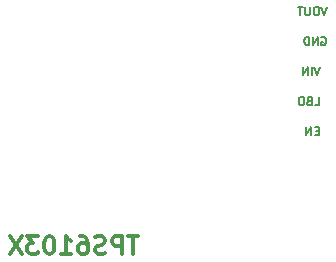
<source format=gbr>
%TF.GenerationSoftware,KiCad,Pcbnew,7.0.11+dfsg-1build4*%
%TF.CreationDate,2026-01-16T21:01:49-05:00*%
%TF.ProjectId,tps6103x,74707336-3130-4337-982e-6b696361645f,rev?*%
%TF.SameCoordinates,Original*%
%TF.FileFunction,Legend,Bot*%
%TF.FilePolarity,Positive*%
%FSLAX46Y46*%
G04 Gerber Fmt 4.6, Leading zero omitted, Abs format (unit mm)*
G04 Created by KiCad (PCBNEW 7.0.11+dfsg-1build4) date 2026-01-16 21:01:49*
%MOMM*%
%LPD*%
G01*
G04 APERTURE LIST*
%ADD10C,0.175000*%
%ADD11C,0.300000*%
G04 APERTURE END LIST*
D10*
X127418202Y-110965233D02*
X127184869Y-111665233D01*
X127184869Y-111665233D02*
X126951535Y-110965233D01*
X126584869Y-110965233D02*
X126451535Y-110965233D01*
X126451535Y-110965233D02*
X126384869Y-110998566D01*
X126384869Y-110998566D02*
X126318202Y-111065233D01*
X126318202Y-111065233D02*
X126284869Y-111198566D01*
X126284869Y-111198566D02*
X126284869Y-111431900D01*
X126284869Y-111431900D02*
X126318202Y-111565233D01*
X126318202Y-111565233D02*
X126384869Y-111631900D01*
X126384869Y-111631900D02*
X126451535Y-111665233D01*
X126451535Y-111665233D02*
X126584869Y-111665233D01*
X126584869Y-111665233D02*
X126651535Y-111631900D01*
X126651535Y-111631900D02*
X126718202Y-111565233D01*
X126718202Y-111565233D02*
X126751535Y-111431900D01*
X126751535Y-111431900D02*
X126751535Y-111198566D01*
X126751535Y-111198566D02*
X126718202Y-111065233D01*
X126718202Y-111065233D02*
X126651535Y-110998566D01*
X126651535Y-110998566D02*
X126584869Y-110965233D01*
X125984869Y-110965233D02*
X125984869Y-111531900D01*
X125984869Y-111531900D02*
X125951536Y-111598566D01*
X125951536Y-111598566D02*
X125918202Y-111631900D01*
X125918202Y-111631900D02*
X125851536Y-111665233D01*
X125851536Y-111665233D02*
X125718202Y-111665233D01*
X125718202Y-111665233D02*
X125651536Y-111631900D01*
X125651536Y-111631900D02*
X125618202Y-111598566D01*
X125618202Y-111598566D02*
X125584869Y-111531900D01*
X125584869Y-111531900D02*
X125584869Y-110965233D01*
X125351536Y-110965233D02*
X124951536Y-110965233D01*
X125151536Y-111665233D02*
X125151536Y-110965233D01*
X126718202Y-121458566D02*
X126484869Y-121458566D01*
X126384869Y-121825233D02*
X126718202Y-121825233D01*
X126718202Y-121825233D02*
X126718202Y-121125233D01*
X126718202Y-121125233D02*
X126384869Y-121125233D01*
X126084869Y-121825233D02*
X126084869Y-121125233D01*
X126084869Y-121125233D02*
X125684869Y-121825233D01*
X125684869Y-121825233D02*
X125684869Y-121125233D01*
X126818202Y-116045233D02*
X126584869Y-116745233D01*
X126584869Y-116745233D02*
X126351535Y-116045233D01*
X126118202Y-116745233D02*
X126118202Y-116045233D01*
X125784869Y-116745233D02*
X125784869Y-116045233D01*
X125784869Y-116045233D02*
X125384869Y-116745233D01*
X125384869Y-116745233D02*
X125384869Y-116045233D01*
D11*
X111419774Y-130380828D02*
X110562632Y-130380828D01*
X110991203Y-131880828D02*
X110991203Y-130380828D01*
X110062632Y-131880828D02*
X110062632Y-130380828D01*
X110062632Y-130380828D02*
X109491203Y-130380828D01*
X109491203Y-130380828D02*
X109348346Y-130452257D01*
X109348346Y-130452257D02*
X109276917Y-130523685D01*
X109276917Y-130523685D02*
X109205489Y-130666542D01*
X109205489Y-130666542D02*
X109205489Y-130880828D01*
X109205489Y-130880828D02*
X109276917Y-131023685D01*
X109276917Y-131023685D02*
X109348346Y-131095114D01*
X109348346Y-131095114D02*
X109491203Y-131166542D01*
X109491203Y-131166542D02*
X110062632Y-131166542D01*
X108634060Y-131809400D02*
X108419775Y-131880828D01*
X108419775Y-131880828D02*
X108062632Y-131880828D01*
X108062632Y-131880828D02*
X107919775Y-131809400D01*
X107919775Y-131809400D02*
X107848346Y-131737971D01*
X107848346Y-131737971D02*
X107776917Y-131595114D01*
X107776917Y-131595114D02*
X107776917Y-131452257D01*
X107776917Y-131452257D02*
X107848346Y-131309400D01*
X107848346Y-131309400D02*
X107919775Y-131237971D01*
X107919775Y-131237971D02*
X108062632Y-131166542D01*
X108062632Y-131166542D02*
X108348346Y-131095114D01*
X108348346Y-131095114D02*
X108491203Y-131023685D01*
X108491203Y-131023685D02*
X108562632Y-130952257D01*
X108562632Y-130952257D02*
X108634060Y-130809400D01*
X108634060Y-130809400D02*
X108634060Y-130666542D01*
X108634060Y-130666542D02*
X108562632Y-130523685D01*
X108562632Y-130523685D02*
X108491203Y-130452257D01*
X108491203Y-130452257D02*
X108348346Y-130380828D01*
X108348346Y-130380828D02*
X107991203Y-130380828D01*
X107991203Y-130380828D02*
X107776917Y-130452257D01*
X106491204Y-130380828D02*
X106776918Y-130380828D01*
X106776918Y-130380828D02*
X106919775Y-130452257D01*
X106919775Y-130452257D02*
X106991204Y-130523685D01*
X106991204Y-130523685D02*
X107134061Y-130737971D01*
X107134061Y-130737971D02*
X107205489Y-131023685D01*
X107205489Y-131023685D02*
X107205489Y-131595114D01*
X107205489Y-131595114D02*
X107134061Y-131737971D01*
X107134061Y-131737971D02*
X107062632Y-131809400D01*
X107062632Y-131809400D02*
X106919775Y-131880828D01*
X106919775Y-131880828D02*
X106634061Y-131880828D01*
X106634061Y-131880828D02*
X106491204Y-131809400D01*
X106491204Y-131809400D02*
X106419775Y-131737971D01*
X106419775Y-131737971D02*
X106348346Y-131595114D01*
X106348346Y-131595114D02*
X106348346Y-131237971D01*
X106348346Y-131237971D02*
X106419775Y-131095114D01*
X106419775Y-131095114D02*
X106491204Y-131023685D01*
X106491204Y-131023685D02*
X106634061Y-130952257D01*
X106634061Y-130952257D02*
X106919775Y-130952257D01*
X106919775Y-130952257D02*
X107062632Y-131023685D01*
X107062632Y-131023685D02*
X107134061Y-131095114D01*
X107134061Y-131095114D02*
X107205489Y-131237971D01*
X104919775Y-131880828D02*
X105776918Y-131880828D01*
X105348347Y-131880828D02*
X105348347Y-130380828D01*
X105348347Y-130380828D02*
X105491204Y-130595114D01*
X105491204Y-130595114D02*
X105634061Y-130737971D01*
X105634061Y-130737971D02*
X105776918Y-130809400D01*
X103991204Y-130380828D02*
X103848347Y-130380828D01*
X103848347Y-130380828D02*
X103705490Y-130452257D01*
X103705490Y-130452257D02*
X103634062Y-130523685D01*
X103634062Y-130523685D02*
X103562633Y-130666542D01*
X103562633Y-130666542D02*
X103491204Y-130952257D01*
X103491204Y-130952257D02*
X103491204Y-131309400D01*
X103491204Y-131309400D02*
X103562633Y-131595114D01*
X103562633Y-131595114D02*
X103634062Y-131737971D01*
X103634062Y-131737971D02*
X103705490Y-131809400D01*
X103705490Y-131809400D02*
X103848347Y-131880828D01*
X103848347Y-131880828D02*
X103991204Y-131880828D01*
X103991204Y-131880828D02*
X104134062Y-131809400D01*
X104134062Y-131809400D02*
X104205490Y-131737971D01*
X104205490Y-131737971D02*
X104276919Y-131595114D01*
X104276919Y-131595114D02*
X104348347Y-131309400D01*
X104348347Y-131309400D02*
X104348347Y-130952257D01*
X104348347Y-130952257D02*
X104276919Y-130666542D01*
X104276919Y-130666542D02*
X104205490Y-130523685D01*
X104205490Y-130523685D02*
X104134062Y-130452257D01*
X104134062Y-130452257D02*
X103991204Y-130380828D01*
X102991205Y-130380828D02*
X102062633Y-130380828D01*
X102062633Y-130380828D02*
X102562633Y-130952257D01*
X102562633Y-130952257D02*
X102348348Y-130952257D01*
X102348348Y-130952257D02*
X102205491Y-131023685D01*
X102205491Y-131023685D02*
X102134062Y-131095114D01*
X102134062Y-131095114D02*
X102062633Y-131237971D01*
X102062633Y-131237971D02*
X102062633Y-131595114D01*
X102062633Y-131595114D02*
X102134062Y-131737971D01*
X102134062Y-131737971D02*
X102205491Y-131809400D01*
X102205491Y-131809400D02*
X102348348Y-131880828D01*
X102348348Y-131880828D02*
X102776919Y-131880828D01*
X102776919Y-131880828D02*
X102919776Y-131809400D01*
X102919776Y-131809400D02*
X102991205Y-131737971D01*
X101562634Y-130380828D02*
X100562634Y-131880828D01*
X100562634Y-130380828D02*
X101562634Y-131880828D01*
D10*
X126384869Y-119285233D02*
X126718202Y-119285233D01*
X126718202Y-119285233D02*
X126718202Y-118585233D01*
X125918202Y-118918566D02*
X125818202Y-118951900D01*
X125818202Y-118951900D02*
X125784868Y-118985233D01*
X125784868Y-118985233D02*
X125751535Y-119051900D01*
X125751535Y-119051900D02*
X125751535Y-119151900D01*
X125751535Y-119151900D02*
X125784868Y-119218566D01*
X125784868Y-119218566D02*
X125818202Y-119251900D01*
X125818202Y-119251900D02*
X125884868Y-119285233D01*
X125884868Y-119285233D02*
X126151535Y-119285233D01*
X126151535Y-119285233D02*
X126151535Y-118585233D01*
X126151535Y-118585233D02*
X125918202Y-118585233D01*
X125918202Y-118585233D02*
X125851535Y-118618566D01*
X125851535Y-118618566D02*
X125818202Y-118651900D01*
X125818202Y-118651900D02*
X125784868Y-118718566D01*
X125784868Y-118718566D02*
X125784868Y-118785233D01*
X125784868Y-118785233D02*
X125818202Y-118851900D01*
X125818202Y-118851900D02*
X125851535Y-118885233D01*
X125851535Y-118885233D02*
X125918202Y-118918566D01*
X125918202Y-118918566D02*
X126151535Y-118918566D01*
X125318202Y-118585233D02*
X125184868Y-118585233D01*
X125184868Y-118585233D02*
X125118202Y-118618566D01*
X125118202Y-118618566D02*
X125051535Y-118685233D01*
X125051535Y-118685233D02*
X125018202Y-118818566D01*
X125018202Y-118818566D02*
X125018202Y-119051900D01*
X125018202Y-119051900D02*
X125051535Y-119185233D01*
X125051535Y-119185233D02*
X125118202Y-119251900D01*
X125118202Y-119251900D02*
X125184868Y-119285233D01*
X125184868Y-119285233D02*
X125318202Y-119285233D01*
X125318202Y-119285233D02*
X125384868Y-119251900D01*
X125384868Y-119251900D02*
X125451535Y-119185233D01*
X125451535Y-119185233D02*
X125484868Y-119051900D01*
X125484868Y-119051900D02*
X125484868Y-118818566D01*
X125484868Y-118818566D02*
X125451535Y-118685233D01*
X125451535Y-118685233D02*
X125384868Y-118618566D01*
X125384868Y-118618566D02*
X125318202Y-118585233D01*
X126951535Y-113538566D02*
X127018202Y-113505233D01*
X127018202Y-113505233D02*
X127118202Y-113505233D01*
X127118202Y-113505233D02*
X127218202Y-113538566D01*
X127218202Y-113538566D02*
X127284869Y-113605233D01*
X127284869Y-113605233D02*
X127318202Y-113671900D01*
X127318202Y-113671900D02*
X127351535Y-113805233D01*
X127351535Y-113805233D02*
X127351535Y-113905233D01*
X127351535Y-113905233D02*
X127318202Y-114038566D01*
X127318202Y-114038566D02*
X127284869Y-114105233D01*
X127284869Y-114105233D02*
X127218202Y-114171900D01*
X127218202Y-114171900D02*
X127118202Y-114205233D01*
X127118202Y-114205233D02*
X127051535Y-114205233D01*
X127051535Y-114205233D02*
X126951535Y-114171900D01*
X126951535Y-114171900D02*
X126918202Y-114138566D01*
X126918202Y-114138566D02*
X126918202Y-113905233D01*
X126918202Y-113905233D02*
X127051535Y-113905233D01*
X126618202Y-114205233D02*
X126618202Y-113505233D01*
X126618202Y-113505233D02*
X126218202Y-114205233D01*
X126218202Y-114205233D02*
X126218202Y-113505233D01*
X125884869Y-114205233D02*
X125884869Y-113505233D01*
X125884869Y-113505233D02*
X125718202Y-113505233D01*
X125718202Y-113505233D02*
X125618202Y-113538566D01*
X125618202Y-113538566D02*
X125551536Y-113605233D01*
X125551536Y-113605233D02*
X125518202Y-113671900D01*
X125518202Y-113671900D02*
X125484869Y-113805233D01*
X125484869Y-113805233D02*
X125484869Y-113905233D01*
X125484869Y-113905233D02*
X125518202Y-114038566D01*
X125518202Y-114038566D02*
X125551536Y-114105233D01*
X125551536Y-114105233D02*
X125618202Y-114171900D01*
X125618202Y-114171900D02*
X125718202Y-114205233D01*
X125718202Y-114205233D02*
X125884869Y-114205233D01*
M02*

</source>
